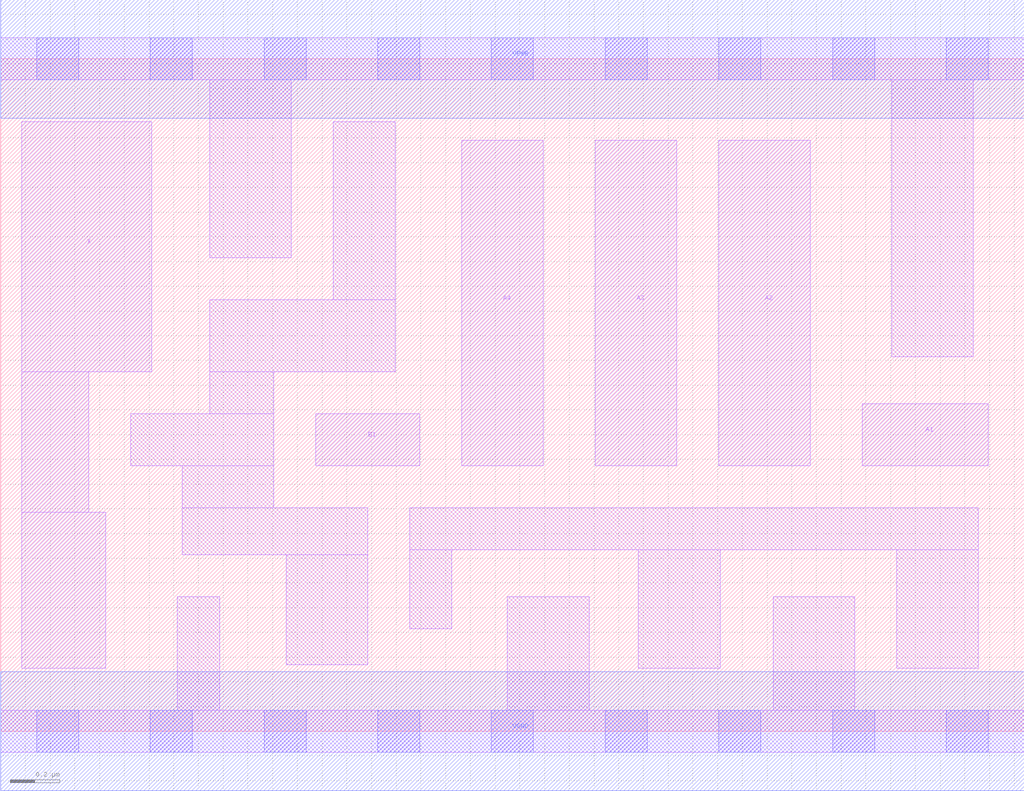
<source format=lef>
# Copyright 2020 The SkyWater PDK Authors
#
# Licensed under the Apache License, Version 2.0 (the "License");
# you may not use this file except in compliance with the License.
# You may obtain a copy of the License at
#
#     https://www.apache.org/licenses/LICENSE-2.0
#
# Unless required by applicable law or agreed to in writing, software
# distributed under the License is distributed on an "AS IS" BASIS,
# WITHOUT WARRANTIES OR CONDITIONS OF ANY KIND, either express or implied.
# See the License for the specific language governing permissions and
# limitations under the License.
#
# SPDX-License-Identifier: Apache-2.0

VERSION 5.7 ;
  NAMESCASESENSITIVE ON ;
  NOWIREEXTENSIONATPIN ON ;
  DIVIDERCHAR "/" ;
  BUSBITCHARS "[]" ;
UNITS
  DATABASE MICRONS 200 ;
END UNITS
MACRO sky130_fd_sc_hd__o41a_1
  CLASS CORE ;
  FOREIGN sky130_fd_sc_hd__o41a_1 ;
  ORIGIN  0.000000  0.000000 ;
  SIZE  4.140000 BY  2.720000 ;
  SYMMETRY X Y R90 ;
  SITE unithd ;
  PIN A1
    ANTENNAGATEAREA  0.247500 ;
    DIRECTION INPUT ;
    USE SIGNAL ;
    PORT
      LAYER li1 ;
        RECT 3.485000 1.075000 3.995000 1.325000 ;
    END
  END A1
  PIN A2
    ANTENNAGATEAREA  0.247500 ;
    DIRECTION INPUT ;
    USE SIGNAL ;
    PORT
      LAYER li1 ;
        RECT 2.905000 1.075000 3.275000 2.390000 ;
    END
  END A2
  PIN A3
    ANTENNAGATEAREA  0.247500 ;
    DIRECTION INPUT ;
    USE SIGNAL ;
    PORT
      LAYER li1 ;
        RECT 2.405000 1.075000 2.735000 2.390000 ;
    END
  END A3
  PIN A4
    ANTENNAGATEAREA  0.247500 ;
    DIRECTION INPUT ;
    USE SIGNAL ;
    PORT
      LAYER li1 ;
        RECT 1.865000 1.075000 2.195000 2.390000 ;
    END
  END A4
  PIN B1
    ANTENNAGATEAREA  0.247500 ;
    DIRECTION INPUT ;
    USE SIGNAL ;
    PORT
      LAYER li1 ;
        RECT 1.275000 1.075000 1.695000 1.285000 ;
    END
  END B1
  PIN X
    ANTENNADIFFAREA  0.672000 ;
    DIRECTION OUTPUT ;
    USE SIGNAL ;
    PORT
      LAYER li1 ;
        RECT 0.085000 0.255000 0.425000 0.885000 ;
        RECT 0.085000 0.885000 0.355000 1.455000 ;
        RECT 0.085000 1.455000 0.610000 2.465000 ;
    END
  END X
  PIN VGND
    DIRECTION INOUT ;
    SHAPE ABUTMENT ;
    USE GROUND ;
    PORT
      LAYER met1 ;
        RECT 0.000000 -0.240000 4.140000 0.240000 ;
    END
  END VGND
  PIN VPWR
    DIRECTION INOUT ;
    SHAPE ABUTMENT ;
    USE POWER ;
    PORT
      LAYER met1 ;
        RECT 0.000000 2.480000 4.140000 2.960000 ;
    END
  END VPWR
  OBS
    LAYER li1 ;
      RECT 0.000000 -0.085000 4.140000 0.085000 ;
      RECT 0.000000  2.635000 4.140000 2.805000 ;
      RECT 0.525000  1.075000 1.105000 1.285000 ;
      RECT 0.715000  0.085000 0.885000 0.545000 ;
      RECT 0.735000  0.715000 1.485000 0.905000 ;
      RECT 0.735000  0.905000 1.105000 1.075000 ;
      RECT 0.845000  1.285000 1.105000 1.455000 ;
      RECT 0.845000  1.455000 1.595000 1.745000 ;
      RECT 0.845000  1.915000 1.175000 2.635000 ;
      RECT 1.155000  0.270000 1.485000 0.715000 ;
      RECT 1.345000  1.745000 1.595000 2.465000 ;
      RECT 1.655000  0.415000 1.825000 0.735000 ;
      RECT 1.655000  0.735000 3.955000 0.905000 ;
      RECT 2.050000  0.085000 2.380000 0.545000 ;
      RECT 2.580000  0.255000 2.910000 0.735000 ;
      RECT 3.125000  0.085000 3.455000 0.545000 ;
      RECT 3.605000  1.515000 3.935000 2.635000 ;
      RECT 3.625000  0.255000 3.955000 0.735000 ;
    LAYER mcon ;
      RECT 0.145000 -0.085000 0.315000 0.085000 ;
      RECT 0.145000  2.635000 0.315000 2.805000 ;
      RECT 0.605000 -0.085000 0.775000 0.085000 ;
      RECT 0.605000  2.635000 0.775000 2.805000 ;
      RECT 1.065000 -0.085000 1.235000 0.085000 ;
      RECT 1.065000  2.635000 1.235000 2.805000 ;
      RECT 1.525000 -0.085000 1.695000 0.085000 ;
      RECT 1.525000  2.635000 1.695000 2.805000 ;
      RECT 1.985000 -0.085000 2.155000 0.085000 ;
      RECT 1.985000  2.635000 2.155000 2.805000 ;
      RECT 2.445000 -0.085000 2.615000 0.085000 ;
      RECT 2.445000  2.635000 2.615000 2.805000 ;
      RECT 2.905000 -0.085000 3.075000 0.085000 ;
      RECT 2.905000  2.635000 3.075000 2.805000 ;
      RECT 3.365000 -0.085000 3.535000 0.085000 ;
      RECT 3.365000  2.635000 3.535000 2.805000 ;
      RECT 3.825000 -0.085000 3.995000 0.085000 ;
      RECT 3.825000  2.635000 3.995000 2.805000 ;
  END
END sky130_fd_sc_hd__o41a_1
END LIBRARY

</source>
